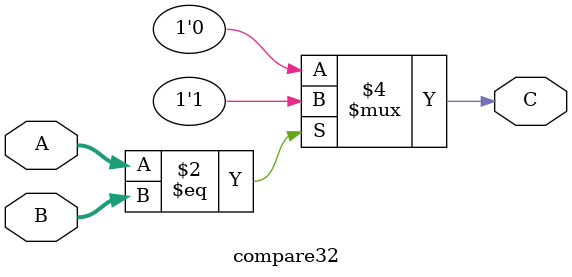
<source format=v>
`timescale 1ns / 1ps


module compare32(
    A, B, C
    );
    
    input [31:0] A;
    input [31:0] B;
    
    output reg C;
    

    always@(A or B) begin
        if(A == B) C<=1;
        else C<=0;
    end

endmodule

</source>
